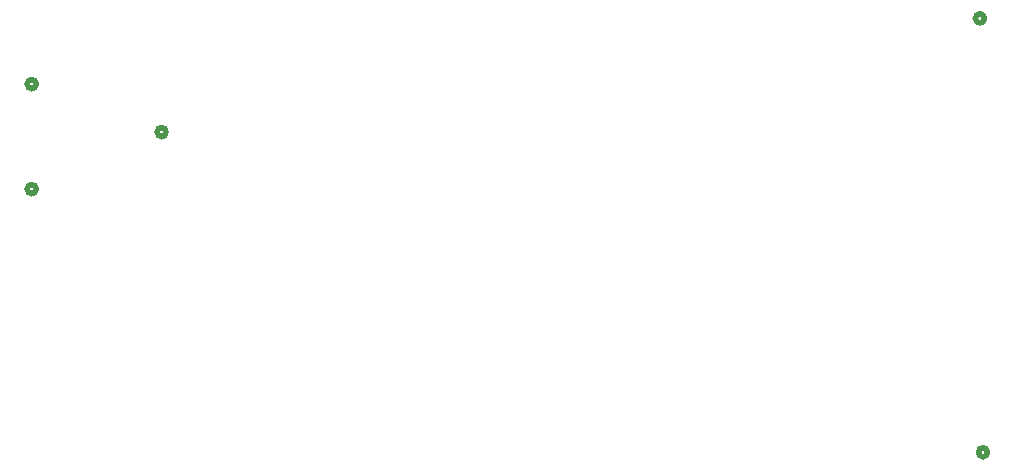
<source format=gbr>
%TF.GenerationSoftware,KiCad,Pcbnew,7.0.10*%
%TF.CreationDate,2024-02-20T10:07:26+01:00*%
%TF.ProjectId,arenaPCBv1,6172656e-6150-4434-9276-312e6b696361,rev?*%
%TF.SameCoordinates,Original*%
%TF.FileFunction,Legend,Bot*%
%TF.FilePolarity,Positive*%
%FSLAX46Y46*%
G04 Gerber Fmt 4.6, Leading zero omitted, Abs format (unit mm)*
G04 Created by KiCad (PCBNEW 7.0.10) date 2024-02-20 10:07:26*
%MOMM*%
%LPD*%
G01*
G04 APERTURE LIST*
%ADD10C,0.508000*%
G04 APERTURE END LIST*
D10*
%TO.C,J4*%
X114400008Y-67310000D02*
G75*
G03*
X113638008Y-67310000I-381000J0D01*
G01*
X113638008Y-67310000D02*
G75*
G03*
X114400008Y-67310000I381000J0D01*
G01*
%TO.C,J7*%
X194945000Y-89594898D02*
G75*
G03*
X194183000Y-89594898I-381000J0D01*
G01*
X194183000Y-89594898D02*
G75*
G03*
X194945000Y-89594898I381000J0D01*
G01*
%TO.C,J8*%
X194684900Y-52859799D02*
G75*
G03*
X193922900Y-52859799I-381000J0D01*
G01*
X193922900Y-52859799D02*
G75*
G03*
X194684900Y-52859799I381000J0D01*
G01*
%TO.C,J3*%
X125399099Y-62484000D02*
G75*
G03*
X124637099Y-62484000I-381000J0D01*
G01*
X124637099Y-62484000D02*
G75*
G03*
X125399099Y-62484000I381000J0D01*
G01*
%TO.C,J2*%
X114400008Y-58420000D02*
G75*
G03*
X113638008Y-58420000I-381000J0D01*
G01*
X113638008Y-58420000D02*
G75*
G03*
X114400008Y-58420000I381000J0D01*
G01*
%TD*%
M02*

</source>
